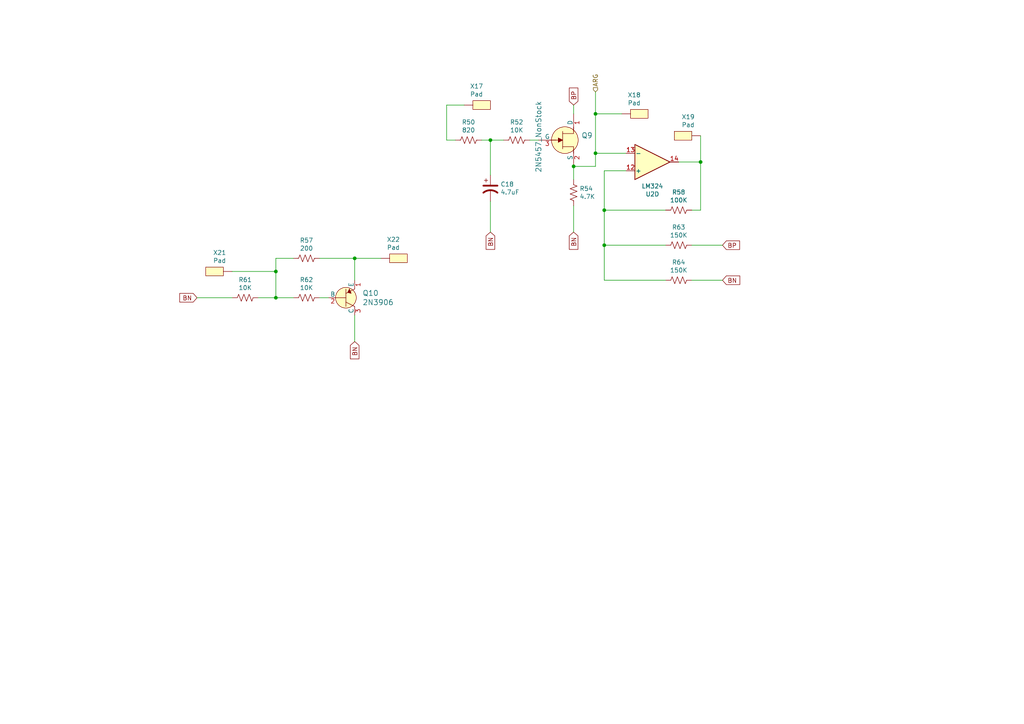
<source format=kicad_sch>
(kicad_sch (version 20230121) (generator eeschema)
  (paper "A4")
  (title_block (title "MFOS NOISE TOASTER Noise Box") (date "2020-10-07") (rev "1"))
  (lib_symbols
    (symbol "mfos_noise_toaster-rescue:2N3906-dk_Transistors-Bipolar-BJT-Single" (pin_names (offset 0))
      (property "Reference" "Q" (at -2.3876 3.9116 0))
      (property "Value" "dk_Transistors-Bipolar-BJT-Single_2N3906" (at 5.08 0 90))
      (symbol "2N3906-dk_Transistors-Bipolar-BJT-Single_0_1"
        (polyline (pts (xy -3.81 0) (xy -2.54 0)))
        (polyline (pts (xy -3.556 0) (xy 0 0)))
        (polyline (pts (xy 0 -1.27) (xy 2.54 -2.54)))
        (polyline (pts (xy 0 1.27) (xy 2.54 2.54)))
        (polyline (pts (xy 0 2.54) (xy 0 -2.54)))
        (polyline (pts (xy 1.016 2.54) (xy 0.508 1.524) (xy 1.524 1.27) (xy 1.016 2.54)) (fill (type outline)))
        (circle (center 0 0) (radius 2.9972) (fill (type background)))
      )
      (symbol "2N3906-dk_Transistors-Bipolar-BJT-Single_1_1"
        (pin passive line (at 2.54 5.08 270) (length 2.54) (name "E") (number "1"))
        (pin input line (at -5.08 0 0) (length 2.54) (name "B") (number "2"))
        (pin passive line (at 2.54 -5.08 90) (length 2.54) (name "C") (number "3"))
      )
    )
    (symbol "mfos_noise_toaster-rescue:2N5457_NonStock-dk_Transistors-JFETs" (pin_names (offset 0))
      (property "Reference" "Q" (at -2.6924 3.6322 0))
      (property "Value" "dk_Transistors-JFETs_2N5457_NonStock" (at -6.4008 -6.1976 0))
      (symbol "2N5457_NonStock-dk_Transistors-JFETs_0_1"
        (polyline (pts (xy -0.635 -2.54) (xy -0.635 2.54)))
        (polyline (pts (xy -0.635 0) (xy -4.445 0)))
        (polyline (pts (xy -0.635 -1.905) (xy 2.54 -1.905) (xy 2.54 -3.81)))
        (polyline (pts (xy -0.635 1.905) (xy 2.54 1.905) (xy 2.54 3.81)))
      )
      (symbol "2N5457_NonStock-dk_Transistors-JFETs_1_1"
        (polyline (pts (xy -1.905 0.635) (xy -1.905 -0.635) (xy -0.635 0) (xy -1.905 0.635)) (fill (type outline)))
        (circle (center 0 0) (radius 3.8608) (fill (type background)))
        (pin passive line (at 2.54 -7.62 90) (length 5.08) (name "D") (number "1"))
        (pin passive line (at 2.54 7.62 270) (length 5.08) (name "S") (number "2"))
        (pin input line (at -7.62 0 0) (length 5.08) (name "G") (number "3"))
      )
    )
    (symbol "mfos_noise_toaster-rescue:CP1-Device" (pin_numbers hide) (pin_names (offset 0.254) hide)
      (property "Reference" "C" (at 0.635 2.54 0))
      (property "Value" "Device_CP1" (at 0.635 -2.54 0))
      (symbol "CP1-Device_0_1"
        (polyline (pts (xy -2.032 0.762) (xy 2.032 0.762)) (stroke (width 0.508)))
        (polyline (pts (xy -1.778 2.286) (xy -0.762 2.286)))
        (polyline (pts (xy -1.27 1.778) (xy -1.27 2.794)))
        (arc (start 2.032 -1.27) (mid 0 -0.5572) (end -2.032 -1.27) (stroke (width 0.508)))
      )
      (symbol "CP1-Device_1_1"
        (pin passive line (at 0 3.81 270) (length 2.794) (name "~") (number "1"))
        (pin passive line (at 0 -3.81 90) (length 3.302) (name "~") (number "2"))
      )
    )
    (symbol "mfos_noise_toaster-rescue:LM324-Amplifier_Operational" (pin_names (offset 0.127))
      (property "Reference" "U" (at 0 5.08 0))
      (property "Value" "LM324-Amplifier_Operational" (at 0 -5.08 0))
      (symbol "LM324-Amplifier_Operational_1_1"
        (polyline (pts (xy -5.08 5.08) (xy 5.08 0) (xy -5.08 -5.08) (xy -5.08 5.08)) (stroke (width 0.254)) (fill (type background)))
        (pin output line (at 7.62 0 180) (length 2.54) (name "~") (number "1"))
        (pin input line (at -7.62 -2.54 0) (length 2.54) (name "-") (number "2"))
        (pin input line (at -7.62 2.54 0) (length 2.54) (name "+") (number "3"))
      )
      (symbol "LM324-Amplifier_Operational_2_1"
        (polyline (pts (xy -5.08 5.08) (xy 5.08 0) (xy -5.08 -5.08) (xy -5.08 5.08)) (stroke (width 0.254)) (fill (type background)))
        (pin input line (at -7.62 2.54 0) (length 2.54) (name "+") (number "5"))
        (pin input line (at -7.62 -2.54 0) (length 2.54) (name "-") (number "6"))
        (pin output line (at 7.62 0 180) (length 2.54) (name "~") (number "7"))
      )
      (symbol "LM324-Amplifier_Operational_3_1"
        (polyline (pts (xy -5.08 5.08) (xy 5.08 0) (xy -5.08 -5.08) (xy -5.08 5.08)) (stroke (width 0.254)) (fill (type background)))
        (pin input line (at -7.62 2.54 0) (length 2.54) (name "+") (number "10"))
        (pin output line (at 7.62 0 180) (length 2.54) (name "~") (number "8"))
        (pin input line (at -7.62 -2.54 0) (length 2.54) (name "-") (number "9"))
      )
      (symbol "LM324-Amplifier_Operational_4_1"
        (polyline (pts (xy -5.08 5.08) (xy 5.08 0) (xy -5.08 -5.08) (xy -5.08 5.08)) (stroke (width 0.254)) (fill (type background)))
        (pin input line (at -7.62 2.54 0) (length 2.54) (name "+") (number "12"))
        (pin input line (at -7.62 -2.54 0) (length 2.54) (name "-") (number "13"))
        (pin output line (at 7.62 0 180) (length 2.54) (name "~") (number "14"))
      )
      (symbol "LM324-Amplifier_Operational_5_1"
        (pin power_in line (at -2.54 -7.62 90) (length 3.81) (name "V-") (number "11"))
        (pin power_in line (at -2.54 7.62 270) (length 3.81) (name "V+") (number "4"))
      )
    )
    (symbol "mfos_noise_toaster-rescue:Pad-samz-symbol" (pin_numbers hide) (pin_names (offset 1.016))
      (property "Reference" "X" (at 1.27 0 0))
      (property "Value" "Pad-samz-symbol" (at -1.27 2.54 0))
      (symbol "Pad-samz-symbol_0_1"
        (rectangle (start 0 1.27) (end 5.08 -1.27) (fill (type background)))
      )
      (symbol "Pad-samz-symbol_1_1"
        (pin passive line (at -2.54 0 0) (length 2.54) (name "~") (number "1"))
      )
    )
    (symbol "mfos_noise_toaster-rescue:R_US-Device" (pin_numbers hide) (pin_names (offset 0))
      (property "Reference" "R" (at 2.54 0 90))
      (property "Value" "R_US-Device" (at -2.54 0 90))
      (symbol "R_US-Device_0_1"
        (polyline (pts (xy 0 -2.286) (xy 0 -2.54)))
        (polyline (pts (xy 0 2.286) (xy 0 2.54)))
        (polyline (pts (xy 0 -0.762) (xy 1.016 -1.143) (xy 0 -1.524) (xy -1.016 -1.905) (xy 0 -2.286)))
        (polyline (pts (xy 0 0.762) (xy 1.016 0.381) (xy 0 0) (xy -1.016 -0.381) (xy 0 -0.762)))
        (polyline (pts (xy 0 2.286) (xy 1.016 1.905) (xy 0 1.524) (xy -1.016 1.143) (xy 0 0.762)))
      )
      (symbol "R_US-Device_1_1"
        (pin passive line (at 0 3.81 270) (length 1.27) (name "~") (number "1"))
        (pin passive line (at 0 -3.81 90) (length 1.27) (name "~") (number "2"))
      )
    )
  )
  (junction (at 166.37 48.26))
  (junction (at 102.87 74.93))
  (junction (at 175.26 71.12))
  (junction (at 172.72 44.45))
  (junction (at 80.01 86.36))
  (junction (at 203.2 46.99))
  (junction (at 80.01 78.74))
  (junction (at 175.26 60.96))
  (junction (at 142.24 40.64))
  (junction (at 172.72 33.02))
  (wire (pts (xy 80.01 86.36) (xy 74.93 86.36)))
  (wire (pts (xy 166.37 33.02) (xy 166.37 30.48)))
  (wire (pts (xy 203.2 46.99) (xy 196.85 46.99)))
  (wire (pts (xy 102.87 74.93) (xy 110.49 74.93)))
  (wire (pts (xy 142.24 40.64) (xy 146.05 40.64)))
  (wire (pts (xy 95.25 86.36) (xy 92.71 86.36)))
  (wire (pts (xy 203.2 60.96) (xy 203.2 46.99)))
  (wire (pts (xy 67.31 78.74) (xy 80.01 78.74)))
  (wire (pts (xy 172.72 33.02) (xy 180.34 33.02)))
  (wire (pts (xy 181.61 44.45) (xy 172.72 44.45)))
  (wire (pts (xy 200.66 60.96) (xy 203.2 60.96)))
  (wire (pts (xy 129.54 40.64) (xy 132.08 40.64)))
  (wire (pts (xy 175.26 49.53) (xy 181.61 49.53)))
  (wire (pts (xy 209.55 71.12) (xy 200.66 71.12)))
  (wire (pts (xy 193.04 71.12) (xy 175.26 71.12)))
  (wire (pts (xy 102.87 91.44) (xy 102.87 99.06)))
  (wire (pts (xy 142.24 40.64) (xy 142.24 50.8)))
  (wire (pts (xy 172.72 44.45) (xy 172.72 48.26)))
  (wire (pts (xy 172.72 44.45) (xy 172.72 33.02)))
  (wire (pts (xy 67.31 86.36) (xy 57.15 86.36)))
  (wire (pts (xy 102.87 74.93) (xy 102.87 81.28)))
  (wire (pts (xy 139.7 40.64) (xy 142.24 40.64)))
  (wire (pts (xy 200.66 81.28) (xy 209.55 81.28)))
  (wire (pts (xy 193.04 60.96) (xy 175.26 60.96)))
  (wire (pts (xy 85.09 74.93) (xy 80.01 74.93)))
  (wire (pts (xy 80.01 78.74) (xy 80.01 74.93)))
  (wire (pts (xy 129.54 30.48) (xy 134.62 30.48)))
  (wire (pts (xy 166.37 52.07) (xy 166.37 48.26)))
  (wire (pts (xy 142.24 67.31) (xy 142.24 58.42)))
  (wire (pts (xy 129.54 40.64) (xy 129.54 30.48)))
  (wire (pts (xy 175.26 71.12) (xy 175.26 81.28)))
  (wire (pts (xy 102.87 74.93) (xy 92.71 74.93)))
  (wire (pts (xy 166.37 67.31) (xy 166.37 59.69)))
  (wire (pts (xy 80.01 86.36) (xy 80.01 78.74)))
  (wire (pts (xy 175.26 60.96) (xy 175.26 71.12)))
  (wire (pts (xy 203.2 46.99) (xy 203.2 39.37)))
  (wire (pts (xy 153.67 40.64) (xy 156.21 40.64)))
  (wire (pts (xy 172.72 26.67) (xy 172.72 33.02)))
  (wire (pts (xy 193.04 81.28) (xy 175.26 81.28)))
  (wire (pts (xy 172.72 48.26) (xy 166.37 48.26)))
  (wire (pts (xy 175.26 49.53) (xy 175.26 60.96)))
  (wire (pts (xy 85.09 86.36) (xy 80.01 86.36)))
  (global_label "BN" (shape input) (at 166.37 67.31 270) (property "Intersheetrefs" "${INTERSHEET_REFS}" (effects hide)))
  (global_label "BN" (shape input) (at 57.15 86.36 180) (property "Intersheetrefs" "${INTERSHEET_REFS}" (effects hide)))
  (global_label "BP" (shape input) (at 166.37 30.48 90) (property "Intersheetrefs" "${INTERSHEET_REFS}" (effects hide)))
  (global_label "BN" (shape input) (at 102.87 99.06 270) (property "Intersheetrefs" "${INTERSHEET_REFS}" (effects hide)))
  (global_label "BN" (shape input) (at 142.24 67.31 270) (property "Intersheetrefs" "${INTERSHEET_REFS}" (effects hide)))
  (global_label "BP" (shape input) (at 209.55 71.12 0) (property "Intersheetrefs" "${INTERSHEET_REFS}" (effects hide)))
  (global_label "BN" (shape input) (at 209.55 81.28 0) (property "Intersheetrefs" "${INTERSHEET_REFS}" (effects hide)))
  (hierarchical_label "ARG" (shape input) (at 172.72 26.67 90))
  (symbol (lib_id "mfos_noise_toaster-rescue:LM324-Amplifier_Operational") (at 189.23 46.99 0) (mirror x) (unit 4)
    (property "Reference" "U2" (at 189.23 56.3118 0))
    (property "Value" "LM324" (at 189.23 54.0004 0))
    (property "Footprint" "Package_DIP:DIP-14_W7.62mm_LongPads" (effects hide))
    (property "Datasheet" "http://www.ti.com/lit/ds/symlink/lm2902-n.pdf" (effects hide))
  )
  (symbol (lib_id "mfos_noise_toaster-rescue:2N5457_NonStock-dk_Transistors-JFETs") (at 163.83 40.64 0) (mirror x) (unit 1)
    (property "Reference" "Q9" (at 168.6052 39.2938 0) (effects (font (size 1.524 1.524)) (justify left)))
    (property "Value" "2N5457_NonStock" (at 156.21 29.21 90) (effects (font (size 1.524 1.524)) (justify left)))
    (property "Footprint" "digikey-footprints:TO-92-3" (effects hide))
    (property "Datasheet" "https://my.centralsemi.com/get_document.php?cmp=1&mergetype=pd&mergepath=pd&pdf_id=2N5457-5459.PDF" (effects hide))
    (property "Digi-Key_PN" "2N5457-ND" (effects hide))
    (property "MPN" "2N5457" (effects hide))
    (property "Category" "Discrete Semiconductor Products" (effects hide))
    (property "Family" "Transistors - JFETs" (effects hide))
    (property "DK_Datasheet_Link" "https://my.centralsemi.com/get_document.php?cmp=1&mergetype=pd&mergepath=pd&pdf_id=2N5457-5459.PDF" (effects hide))
    (property "DK_Detail_Page" "/product-detail/en/central-semiconductor-corp/2N5457/2N5457-ND/4806918" (effects hide))
    (property "Description" "JFET N-CH 25V 0.31W TO-92" (effects hide))
    (property "Manufacturer" "Central Semiconductor Corp" (effects hide))
    (property "Status" "Active NonStock" (effects hide))
  )
  (symbol (lib_id "mfos_noise_toaster-rescue:R_US-Device") (at 135.89 40.64 270) (unit 1)
    (property "Reference" "R50" (at 135.89 35.433 90))
    (property "Value" "820" (at 135.89 37.7444 90))
    (property "Footprint" "Resistor_THT:R_Axial_DIN0207_L6.3mm_D2.5mm_P10.16mm_Horizontal" (effects hide))
  )
  (symbol (lib_id "mfos_noise_toaster-rescue:R_US-Device") (at 149.86 40.64 270) (unit 1)
    (property "Reference" "R52" (at 149.86 35.433 90))
    (property "Value" "10K" (at 149.86 37.7444 90))
    (property "Footprint" "Resistor_THT:R_Axial_DIN0207_L6.3mm_D2.5mm_P10.16mm_Horizontal" (effects hide))
  )
  (symbol (lib_id "mfos_noise_toaster-rescue:R_US-Device") (at 196.85 60.96 270) (unit 1)
    (property "Reference" "R58" (at 196.85 55.753 90))
    (property "Value" "100K" (at 196.85 58.0644 90))
    (property "Footprint" "Resistor_THT:R_Axial_DIN0207_L6.3mm_D2.5mm_P10.16mm_Horizontal" (effects hide))
  )
  (symbol (lib_id "mfos_noise_toaster-rescue:R_US-Device") (at 196.85 71.12 270) (unit 1)
    (property "Reference" "R63" (at 196.85 65.913 90))
    (property "Value" "150K" (at 196.85 68.2244 90))
    (property "Footprint" "Resistor_THT:R_Axial_DIN0207_L6.3mm_D2.5mm_P10.16mm_Horizontal" (effects hide))
  )
  (symbol (lib_id "mfos_noise_toaster-rescue:R_US-Device") (at 196.85 81.28 270) (unit 1)
    (property "Reference" "R64" (at 196.85 76.073 90))
    (property "Value" "150K" (at 196.85 78.3844 90))
    (property "Footprint" "Resistor_THT:R_Axial_DIN0207_L6.3mm_D2.5mm_P10.16mm_Horizontal" (effects hide))
  )
  (symbol (lib_id "mfos_noise_toaster-rescue:R_US-Device") (at 166.37 55.88 180) (unit 1)
    (property "Reference" "R54" (at 168.0972 54.7116 0) (effects (justify right)))
    (property "Value" "4.7K" (at 168.0972 57.023 0) (effects (justify right)))
    (property "Footprint" "Resistor_THT:R_Axial_DIN0207_L6.3mm_D2.5mm_P10.16mm_Horizontal" (effects hide))
  )
  (symbol (lib_id "mfos_noise_toaster-rescue:R_US-Device") (at 88.9 74.93 270) (unit 1)
    (property "Reference" "R57" (at 88.9 69.723 90))
    (property "Value" "200" (at 88.9 72.0344 90))
    (property "Footprint" "Resistor_THT:R_Axial_DIN0207_L6.3mm_D2.5mm_P10.16mm_Horizontal" (effects hide))
  )
  (symbol (lib_id "mfos_noise_toaster-rescue:R_US-Device") (at 88.9 86.36 270) (unit 1)
    (property "Reference" "R62" (at 88.9 81.153 90))
    (property "Value" "10K" (at 88.9 83.4644 90))
    (property "Footprint" "Resistor_THT:R_Axial_DIN0207_L6.3mm_D2.5mm_P10.16mm_Horizontal" (effects hide))
  )
  (symbol (lib_id "mfos_noise_toaster-rescue:R_US-Device") (at 71.12 86.36 270) (unit 1)
    (property "Reference" "R61" (at 71.12 81.153 90))
    (property "Value" "10K" (at 71.12 83.4644 90))
    (property "Footprint" "Resistor_THT:R_Axial_DIN0207_L6.3mm_D2.5mm_P10.16mm_Horizontal" (effects hide))
  )
  (symbol (lib_id "mfos_noise_toaster-rescue:Pad-samz-symbol") (at 182.88 33.02 0) (unit 1)
    (property "Reference" "X18" (at 183.9468 27.559 0))
    (property "Value" "Pad" (at 183.9468 29.8704 0))
    (property "Footprint" "samz-kicad-library:pad" (effects hide))
  )
  (symbol (lib_id "mfos_noise_toaster-rescue:Pad-samz-symbol") (at 200.66 39.37 180) (unit 1)
    (property "Reference" "X19" (at 199.5932 33.909 0))
    (property "Value" "Pad" (at 199.5932 36.2204 0))
    (property "Footprint" "samz-kicad-library:pad" (effects hide))
  )
  (symbol (lib_id "mfos_noise_toaster-rescue:Pad-samz-symbol") (at 137.16 30.48 0) (unit 1)
    (property "Reference" "X17" (at 138.2268 25.019 0))
    (property "Value" "Pad" (at 138.2268 27.3304 0))
    (property "Footprint" "samz-kicad-library:pad" (effects hide))
  )
  (symbol (lib_id "mfos_noise_toaster-rescue:CP1-Device") (at 142.24 54.61 0) (unit 1)
    (property "Reference" "C18" (at 145.161 53.4416 0) (effects (justify left)))
    (property "Value" "4.7uF" (at 145.161 55.753 0) (effects (justify left)))
    (property "Footprint" "Capacitor_THT:CP_Radial_D5.0mm_P2.50mm" (effects hide))
  )
  (symbol (lib_id "mfos_noise_toaster-rescue:Pad-samz-symbol") (at 64.77 78.74 180) (unit 1)
    (property "Reference" "X21" (at 63.7032 73.279 0))
    (property "Value" "Pad" (at 63.7032 75.5904 0))
    (property "Footprint" "samz-kicad-library:pad" (effects hide))
  )
  (symbol (lib_id "mfos_noise_toaster-rescue:Pad-samz-symbol") (at 113.03 74.93 0) (unit 1)
    (property "Reference" "X22" (at 114.0968 69.469 0))
    (property "Value" "Pad" (at 114.0968 71.7804 0))
    (property "Footprint" "samz-kicad-library:pad" (effects hide))
  )
  (symbol (lib_id "mfos_noise_toaster-rescue:2N3906-dk_Transistors-Bipolar-BJT-Single") (at 100.33 86.36 0) (unit 1)
    (property "Reference" "Q10" (at 105.1052 85.0138 0) (effects (font (size 1.524 1.524)) (justify left)))
    (property "Value" "2N3906" (at 105.1052 87.7062 0) (effects (font (size 1.524 1.524)) (justify left)))
    (property "Footprint" "digikey-footprints:TO-92-3" (effects hide))
    (property "Datasheet" "https://my.centralsemi.com/get_document.php?cmp=1&mergetype=pd&mergepath=pd&pdf_id=LSSGP072.PDF" (effects hide))
    (property "Digi-Key_PN" "2N3906CS-ND" (effects hide))
    (property "MPN" "2N3906" (effects hide))
    (property "Category" "Discrete Semiconductor Products" (effects hide))
    (property "Family" "Transistors - Bipolar (BJT) - Single" (effects hide))
    (property "DK_Datasheet_Link" "https://my.centralsemi.com/get_document.php?cmp=1&mergetype=pd&mergepath=pd&pdf_id=LSSGP072.PDF" (effects hide))
    (property "DK_Detail_Page" "/product-detail/en/central-semiconductor-corp/2N3906/2N3906CS-ND/4806878" (effects hide))
    (property "Description" "TRANS PNP 40V TO-92" (effects hide))
    (property "Manufacturer" "Central Semiconductor Corp" (effects hide))
    (property "Status" "Active" (effects hide))
  )
)
</source>
